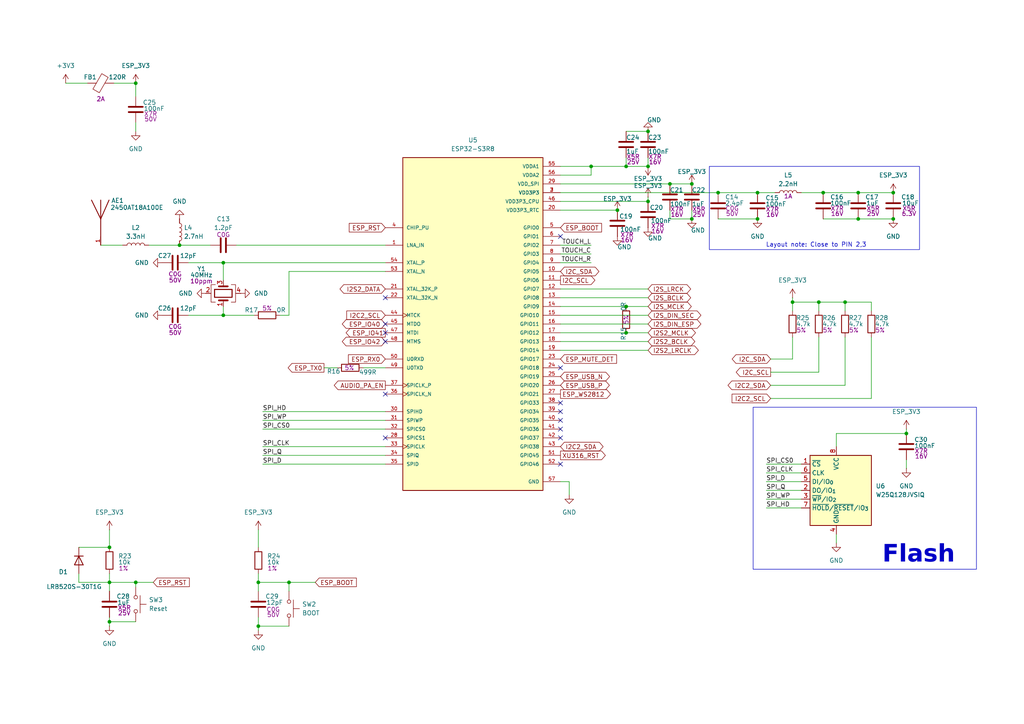
<source format=kicad_sch>
(kicad_sch (version 20250114) (generator "eeschema") (generator_version "9.0")
  (paper "A4")
  (title_block (title "Nest mini drop in PCB replacement") (rev "v1") (company "by iMike78 (inpired by Onju voice and HA VPE)"))
  (rectangle (start 218.44 118.11) (end 283.21 165.1))
  (rectangle (start 205.74 48.26) (end 266.7 72.39))
  (text "Flash" (at 266.446 162.306 0) (effects (font (size 5 5) (bold yes))))
  (text "Layout note: Close to PIN 2,3" (at 236.728 71.12 0) (effects (font (size 1.27 1.27))))
  (junction (at 259.08 63.5))
  (junction (at 194.31 53.34))
  (junction (at 179.07 60.96))
  (junction (at 200.66 63.5))
  (junction (at 39.37 24.13))
  (junction (at 187.96 38.1))
  (junction (at 219.71 63.5))
  (junction (at 238.76 55.88))
  (junction (at 187.96 58.42))
  (junction (at 187.96 48.26))
  (junction (at 237.49 87.63))
  (junction (at 74.93 181.61))
  (junction (at 64.77 76.2))
  (junction (at 31.75 180.34))
  (junction (at 171.45 48.26))
  (junction (at 31.75 168.91))
  (junction (at 248.92 63.5))
  (junction (at 64.77 91.44))
  (junction (at 229.87 87.63))
  (junction (at 181.61 88.9))
  (junction (at 39.37 168.91))
  (junction (at 181.61 48.26))
  (junction (at 248.92 55.88))
  (junction (at 200.66 53.34))
  (junction (at 31.75 158.75))
  (junction (at 52.07 71.12))
  (junction (at 245.11 87.63))
  (junction (at 181.61 96.52))
  (junction (at 74.93 168.91))
  (junction (at 259.08 55.88))
  (junction (at 208.28 55.88))
  (junction (at 262.89 125.73))
  (junction (at 219.71 55.88))
  (junction (at 83.82 168.91))
  (no_connect (at 162.56 127))
  (no_connect (at 162.56 121.92))
  (no_connect (at 162.56 106.68))
  (no_connect (at 111.76 86.36))
  (no_connect (at 111.76 93.98))
  (no_connect (at 111.76 96.52))
  (no_connect (at 111.76 127))
  (no_connect (at 162.56 124.46))
  (no_connect (at 111.76 114.3))
  (no_connect (at 111.76 99.06))
  (no_connect (at 162.56 116.84))
  (no_connect (at 162.56 134.62))
  (no_connect (at 162.56 119.38))
  (no_connect (at 162.56 68.58))
  (wire (pts (xy 162.56 55.88) (xy 208.28 55.88)))
  (wire (pts (xy 222.25 134.62) (xy 232.41 134.62)))
  (wire (pts (xy 245.11 97.79) (xy 245.11 111.76)))
  (wire (pts (xy 248.92 55.88) (xy 259.08 55.88)))
  (wire (pts (xy 229.87 104.14) (xy 223.52 104.14)))
  (wire (pts (xy 229.87 87.63) (xy 237.49 87.63)))
  (wire (pts (xy 19.05 24.13) (xy 25.4 24.13)))
  (wire (pts (xy 31.75 180.34) (xy 31.75 181.61)))
  (wire (pts (xy 200.66 63.5) (xy 194.31 63.5)))
  (wire (pts (xy 64.77 91.44) (xy 64.77 88.9)))
  (wire (pts (xy 74.93 153.67) (xy 74.93 158.75)))
  (wire (pts (xy 31.75 168.91) (xy 31.75 171.45)))
  (wire (pts (xy 165.1 139.7) (xy 165.1 143.51)))
  (wire (pts (xy 229.87 97.79) (xy 229.87 104.14)))
  (wire (pts (xy 54.61 91.44) (xy 64.77 91.44)))
  (wire (pts (xy 22.86 158.75) (xy 31.75 158.75)))
  (wire (pts (xy 194.31 63.5) (xy 194.31 60.96)))
  (wire (pts (xy 162.56 96.52) (xy 181.61 96.52)))
  (wire (pts (xy 245.11 87.63) (xy 252.73 87.63)))
  (wire (pts (xy 238.76 55.88) (xy 248.92 55.88)))
  (wire (pts (xy 222.25 142.24) (xy 232.41 142.24)))
  (wire (pts (xy 31.75 180.34) (xy 39.37 180.34)))
  (wire (pts (xy 162.56 88.9) (xy 181.61 88.9)))
  (wire (pts (xy 22.86 168.91) (xy 31.75 168.91)))
  (wire (pts (xy 162.56 48.26) (xy 171.45 48.26)))
  (wire (pts (xy 83.82 168.91) (xy 91.44 168.91)))
  (wire (pts (xy 31.75 166.37) (xy 31.75 168.91)))
  (wire (pts (xy 76.2 134.62) (xy 111.76 134.62)))
  (wire (pts (xy 39.37 35.56) (xy 39.37 38.1)))
  (wire (pts (xy 171.45 76.2) (xy 162.56 76.2)))
  (wire (pts (xy 162.56 58.42) (xy 187.96 58.42)))
  (wire (pts (xy 181.61 88.9) (xy 187.96 88.9)))
  (wire (pts (xy 222.25 144.78) (xy 232.41 144.78)))
  (wire (pts (xy 262.89 124.46) (xy 262.89 125.73)))
  (wire (pts (xy 162.56 139.7) (xy 165.1 139.7)))
  (wire (pts (xy 105.41 106.68) (xy 111.76 106.68)))
  (wire (pts (xy 232.41 55.88) (xy 238.76 55.88)))
  (wire (pts (xy 22.86 166.37) (xy 22.86 168.91)))
  (wire (pts (xy 54.61 76.2) (xy 64.77 76.2)))
  (wire (pts (xy 162.56 99.06) (xy 187.96 99.06)))
  (wire (pts (xy 31.75 153.67) (xy 31.75 158.75)))
  (wire (pts (xy 76.2 124.46) (xy 111.76 124.46)))
  (wire (pts (xy 237.49 97.79) (xy 237.49 107.95)))
  (wire (pts (xy 162.56 86.36) (xy 187.96 86.36)))
  (wire (pts (xy 181.61 45.72) (xy 181.61 48.26)))
  (wire (pts (xy 237.49 87.63) (xy 245.11 87.63)))
  (wire (pts (xy 64.77 76.2) (xy 64.77 81.28)))
  (wire (pts (xy 64.77 91.44) (xy 73.66 91.44)))
  (wire (pts (xy 219.71 55.88) (xy 224.79 55.88)))
  (wire (pts (xy 162.56 93.98) (xy 187.96 93.98)))
  (wire (pts (xy 39.37 24.13) (xy 39.37 27.94)))
  (wire (pts (xy 74.93 179.07) (xy 74.93 181.61)))
  (wire (pts (xy 162.56 101.6) (xy 187.96 101.6)))
  (wire (pts (xy 238.76 63.5) (xy 248.92 63.5)))
  (wire (pts (xy 248.92 63.5) (xy 259.08 63.5)))
  (wire (pts (xy 252.73 97.79) (xy 252.73 115.57)))
  (wire (pts (xy 83.82 91.44) (xy 83.82 78.74)))
  (wire (pts (xy 31.75 179.07) (xy 31.75 180.34)))
  (wire (pts (xy 83.82 91.44) (xy 81.28 91.44)))
  (wire (pts (xy 222.25 137.16) (xy 232.41 137.16)))
  (wire (pts (xy 229.87 87.63) (xy 229.87 90.17)))
  (wire (pts (xy 262.89 133.35) (xy 262.89 135.89)))
  (wire (pts (xy 181.61 48.26) (xy 187.96 48.26)))
  (wire (pts (xy 74.93 168.91) (xy 83.82 168.91)))
  (wire (pts (xy 222.25 139.7) (xy 232.41 139.7)))
  (wire (pts (xy 162.56 50.8) (xy 171.45 50.8)))
  (wire (pts (xy 111.76 76.2) (xy 64.77 76.2)))
  (wire (pts (xy 162.56 83.82) (xy 187.96 83.82)))
  (wire (pts (xy 252.73 115.57) (xy 223.52 115.57)))
  (wire (pts (xy 83.82 168.91) (xy 83.82 171.45)))
  (wire (pts (xy 242.57 154.94) (xy 242.57 157.48)))
  (wire (pts (xy 181.61 38.1) (xy 187.96 38.1)))
  (wire (pts (xy 74.93 166.37) (xy 74.93 168.91)))
  (wire (pts (xy 74.93 181.61) (xy 74.93 182.88)))
  (wire (pts (xy 237.49 87.63) (xy 237.49 90.17)))
  (wire (pts (xy 252.73 87.63) (xy 252.73 90.17)))
  (wire (pts (xy 39.37 168.91) (xy 39.37 170.18)))
  (wire (pts (xy 83.82 181.61) (xy 74.93 181.61)))
  (wire (pts (xy 222.25 147.32) (xy 232.41 147.32)))
  (wire (pts (xy 68.58 71.12) (xy 111.76 71.12)))
  (wire (pts (xy 181.61 96.52) (xy 187.96 96.52)))
  (wire (pts (xy 162.56 91.44) (xy 187.96 91.44)))
  (wire (pts (xy 237.49 107.95) (xy 223.52 107.95)))
  (wire (pts (xy 171.45 50.8) (xy 171.45 48.26)))
  (wire (pts (xy 171.45 48.26) (xy 181.61 48.26)))
  (wire (pts (xy 229.87 86.36) (xy 229.87 87.63)))
  (wire (pts (xy 76.2 129.54) (xy 111.76 129.54)))
  (wire (pts (xy 162.56 60.96) (xy 179.07 60.96)))
  (wire (pts (xy 52.07 71.12) (xy 60.96 71.12)))
  (wire (pts (xy 83.82 78.74) (xy 111.76 78.74)))
  (wire (pts (xy 187.96 45.72) (xy 187.96 48.26)))
  (wire (pts (xy 262.89 125.73) (xy 242.57 125.73)))
  (wire (pts (xy 200.66 53.34) (xy 194.31 53.34)))
  (wire (pts (xy 245.11 111.76) (xy 223.52 111.76)))
  (wire (pts (xy 76.2 132.08) (xy 111.76 132.08)))
  (wire (pts (xy 93.98 106.68) (xy 97.79 106.68)))
  (wire (pts (xy 31.75 168.91) (xy 39.37 168.91)))
  (wire (pts (xy 74.93 168.91) (xy 74.93 171.45)))
  (wire (pts (xy 162.56 53.34) (xy 194.31 53.34)))
  (wire (pts (xy 171.45 73.66) (xy 162.56 73.66)))
  (wire (pts (xy 171.45 71.12) (xy 162.56 71.12)))
  (wire (pts (xy 43.18 71.12) (xy 52.07 71.12)))
  (wire (pts (xy 39.37 168.91) (xy 44.45 168.91)))
  (wire (pts (xy 76.2 119.38) (xy 111.76 119.38)))
  (wire (pts (xy 208.28 55.88) (xy 219.71 55.88)))
  (wire (pts (xy 29.21 71.12) (xy 35.56 71.12)))
  (wire (pts (xy 208.28 63.5) (xy 219.71 63.5)))
  (wire (pts (xy 33.02 24.13) (xy 39.37 24.13)))
  (wire (pts (xy 76.2 121.92) (xy 111.76 121.92)))
  (wire (pts (xy 187.96 58.42) (xy 187.96 57.15)))
  (wire (pts (xy 242.57 125.73) (xy 242.57 129.54)))
  (wire (pts (xy 200.66 63.5) (xy 200.66 60.96)))
  (wire (pts (xy 245.11 87.63) (xy 245.11 90.17)))
  (label "SPI_Q" (at 76.2 132.08 0))
  (label "SPI_D" (at 76.2 134.62 0))
  (label "TOUCH_L" (at 171.45 71.12 180))
  (label "SPI_Q" (at 222.25 142.24 0))
  (label "SPI_D" (at 222.25 139.7 0))
  (label "SPI_WP" (at 222.25 144.78 0))
  (label "SPI_CLK" (at 222.25 137.16 0))
  (label "SPI_HD" (at 76.2 119.38 0))
  (label "SPI_CS0" (at 222.25 134.62 0))
  (label "SPI_WP" (at 76.2 121.92 0))
  (label "TOUCH_C" (at 171.45 73.66 180))
  (label "SPI_CS0" (at 76.2 124.46 0))
  (label "SPI_CLK" (at 76.2 129.54 0))
  (label "TOUCH_R" (at 171.45 76.2 180))
  (label "SPI_HD" (at 222.25 147.32 0))
  (global_label "I2C2_SCL" (shape input) (at 223.52 115.57 180) (property "Intersheetrefs" "${INTERSHEET_REFS}" (effects (hide yes))))
  (global_label "I2S_MCLK" (shape bidirectional) (at 187.96 88.9 0) (property "Intersheetrefs" "${INTERSHEET_REFS}" (effects (hide yes))))
  (global_label "ESP_BOOT" (shape input) (at 162.56 66.04 0) (property "Intersheetrefs" "${INTERSHEET_REFS}" (effects (hide yes))))
  (global_label "ESP_RST" (shape input) (at 44.45 168.91 0) (property "Intersheetrefs" "${INTERSHEET_REFS}" (effects (hide yes))))
  (global_label "I2C_SDA" (shape bidirectional) (at 162.56 78.74 0) (property "Intersheetrefs" "${INTERSHEET_REFS}" (effects (hide yes))))
  (global_label "ESP_IO40" (shape bidirectional) (at 111.76 93.98 180) (property "Intersheetrefs" "${INTERSHEET_REFS}" (effects (hide yes))))
  (global_label "I2S_DIN_ESP" (shape bidirectional) (at 187.96 93.98 0) (property "Intersheetrefs" "${INTERSHEET_REFS}" (effects (hide yes))))
  (global_label "ESP_BOOT" (shape input) (at 91.44 168.91 0) (property "Intersheetrefs" "${INTERSHEET_REFS}" (effects (hide yes))))
  (global_label "ESP_TX0" (shape output) (at 93.98 106.68 180) (property "Intersheetrefs" "${INTERSHEET_REFS}" (effects (hide yes))))
  (global_label "I2S2_BCLK" (shape bidirectional) (at 187.96 99.06 0) (property "Intersheetrefs" "${INTERSHEET_REFS}" (effects (hide yes))))
  (global_label "ESP_USB_N" (shape bidirectional) (at 162.56 109.22 0) (property "Intersheetrefs" "${INTERSHEET_REFS}" (effects (hide yes))))
  (global_label "I2C2_SDA" (shape bidirectional) (at 162.56 129.54 0) (property "Intersheetrefs" "${INTERSHEET_REFS}" (effects (hide yes))))
  (global_label "I2C2_SDA" (shape bidirectional) (at 223.52 111.76 180) (property "Intersheetrefs" "${INTERSHEET_REFS}" (effects (hide yes))))
  (global_label "ESP_MUTE_DET" (shape input) (at 162.56 104.14 0) (property "Intersheetrefs" "${INTERSHEET_REFS}" (effects (hide yes))))
  (global_label "ESP_RX0" (shape input) (at 111.76 104.14 180) (property "Intersheetrefs" "${INTERSHEET_REFS}" (effects (hide yes))))
  (global_label "I2C_SCL" (shape output) (at 223.52 107.95 180) (property "Intersheetrefs" "${INTERSHEET_REFS}" (effects (hide yes))))
  (global_label "ESP_WS2812" (shape output) (at 162.56 114.3 0) (property "Intersheetrefs" "${INTERSHEET_REFS}" (effects (hide yes))))
  (global_label "I2S_BCLK" (shape bidirectional) (at 187.96 86.36 0) (property "Intersheetrefs" "${INTERSHEET_REFS}" (effects (hide yes))))
  (global_label "AUDIO_PA_EN" (shape output) (at 111.76 111.76 180) (property "Intersheetrefs" "${INTERSHEET_REFS}" (effects (hide yes))))
  (global_label "ESP_IO41" (shape output) (at 111.76 96.52 180) (property "Intersheetrefs" "${INTERSHEET_REFS}" (effects (hide yes))))
  (global_label "I2C_SCL" (shape output) (at 162.56 81.28 0) (property "Intersheetrefs" "${INTERSHEET_REFS}" (effects (hide yes))))
  (global_label "ESP_USB_P" (shape bidirectional) (at 162.56 111.76 0) (property "Intersheetrefs" "${INTERSHEET_REFS}" (effects (hide yes))))
  (global_label "ESP_RST" (shape input) (at 111.76 66.04 180) (property "Intersheetrefs" "${INTERSHEET_REFS}" (effects (hide yes))))
  (global_label "I2S2_MCLK" (shape bidirectional) (at 187.96 96.52 0) (property "Intersheetrefs" "${INTERSHEET_REFS}" (effects (hide yes))))
  (global_label "I2S_DIN_SEC" (shape bidirectional) (at 187.96 91.44 0) (property "Intersheetrefs" "${INTERSHEET_REFS}" (effects (hide yes))))
  (global_label "I2C_SDA" (shape bidirectional) (at 223.52 104.14 180) (property "Intersheetrefs" "${INTERSHEET_REFS}" (effects (hide yes))))
  (global_label "XU316_RST" (shape output) (at 162.56 132.08 0) (property "Intersheetrefs" "${INTERSHEET_REFS}" (effects (hide yes))))
  (global_label "I2S2_LRCLK" (shape bidirectional) (at 187.96 101.6 0) (property "Intersheetrefs" "${INTERSHEET_REFS}" (effects (hide yes))))
  (global_label "I2S2_DATA" (shape bidirectional) (at 111.76 83.82 180) (property "Intersheetrefs" "${INTERSHEET_REFS}" (effects (hide yes))))
  (global_label "I2S_LRCK" (shape bidirectional) (at 187.96 83.82 0) (property "Intersheetrefs" "${INTERSHEET_REFS}" (effects (hide yes))))
  (global_label "I2C2_SCL" (shape input) (at 111.76 91.44 180) (property "Intersheetrefs" "${INTERSHEET_REFS}" (effects (hide yes))))
  (global_label "ESP_IO42" (shape bidirectional) (at 111.76 99.06 180) (property "Intersheetrefs" "${INTERSHEET_REFS}" (effects (hide yes))))
  (symbol (lib_id "power:GND") (at 200.66 63.5 0) (unit 1)
    (property "Reference" "#PWR039" (effects (hide yes)))
    (property "Value" "GND" (at 202.438 66.802 0))
    (property "Description" "Power symbol creates a global label with name \"GND\" , ground" (effects (hide yes)))
  )
  (symbol (lib_id "Device:C") (at 219.71 59.69 0) (unit 1)
    (property "Reference" "C15" (at 221.996 57.404 0) (effects (justify left)))
    (property "Value" "100nF" (at 221.996 59.182 0) (effects (justify left)))
    (property "Footprint" "Capacitor_SMD:C_0402_1005Metric" (effects (hide yes)))
    (property "Description" "Unpolarized capacitor" (effects (hide yes)))
    (property "Dielectric" "X7R" (at 224.028 60.706 0))
    (property "Voltage" "16V" (at 224.028 62.23 0))
    (property "Function" "ESP32" (effects (hide yes)))
    (property "Supplier Part" "C1525" (effects (hide yes)))
    (property "Manufacturer" "Samsung Electro-Mechanics" (effects (hide yes)))
    (property "Manufacturer Part" "CL05B104KO5NNNC" (effects (hide yes)))
    (property "LCSC Part #" "C1525" (effects (hide yes)))
  )
  (symbol (lib_id "Device:C") (at 31.75 175.26 0) (unit 1)
    (property "Reference" "C28" (at 33.782 172.974 0) (effects (justify left)))
    (property "Value" "1uF" (at 34.036 174.752 0) (effects (justify left)))
    (property "Footprint" "Capacitor_SMD:C_0402_1005Metric" (effects (hide yes)))
    (property "Description" "Unpolarized capacitor" (effects (hide yes)))
    (property "Dielectric" "X5R" (at 36.068 176.276 0))
    (property "Voltage" "25V" (at 36.068 177.8 0))
    (property "Function" "ESP32" (effects (hide yes)))
    (property "Supplier Part" "C52923" (effects (hide yes)))
    (property "Manufacturer" "Samsung Electro-Mechanics" (effects (hide yes)))
    (property "Manufacturer Part" "CL05A105KA5NQNC" (effects (hide yes)))
    (property "LCSC Part #" "C52923" (effects (hide yes)))
  )
  (symbol (lib_id "New_Library:ESP_3V3") (at 187.96 57.15 0) (unit 1)
    (property "Reference" "#PWR035" (effects (hide yes)))
    (property "Value" "ESP_3V3" (at 187.96 53.848 0))
    (property "Description" "Power symbol creates a global label with name \"+3.3V\"" (effects (hide yes)))
  )
  (symbol (lib_id "Device:C") (at 181.61 41.91 0) (unit 1)
    (property "Reference" "C24" (at 181.61 39.878 0) (effects (justify left)))
    (property "Value" "1uF" (at 181.61 43.942 0) (effects (justify left)))
    (property "Footprint" "Capacitor_SMD:C_0402_1005Metric" (effects (hide yes)))
    (property "Description" "Unpolarized capacitor" (effects (hide yes)))
    (property "Dielectric" "X5R" (at 183.642 45.466 0))
    (property "Voltage" "25V" (at 183.642 46.99 0))
    (property "Function" "ESP32" (effects (hide yes)))
    (property "Supplier Part" "C52923" (effects (hide yes)))
    (property "Manufacturer" "Samsung Electro-Mechanics" (effects (hide yes)))
    (property "Manufacturer Part" "CL05A105KA5NQNC" (effects (hide yes)))
    (property "LCSC Part #" "C52923" (effects (hide yes)))
  )
  (symbol (lib_id "power:GND") (at 165.1 143.51 0) (unit 1)
    (property "Reference" "#PWR033" (effects (hide yes)))
    (property "Value" "GND" (at 165.1 148.59 0))
    (property "Description" "Power symbol creates a global label with name \"GND\" , ground" (effects (hide yes)))
  )
  (symbol (lib_id "New_Library:ESP_3V3") (at 262.89 124.46 0) (unit 1)
    (property "Reference" "#PWR056" (effects (hide yes)))
    (property "Value" "ESP_3V3" (at 262.89 119.38 0))
    (property "Description" "Power symbol creates a global label with name \"+3.3V\"" (effects (hide yes)))
  )
  (symbol (lib_id "Device:L") (at 39.37 71.12 90) (unit 1)
    (property "Reference" "L2" (at 39.37 66.04 90))
    (property "Value" "3.3nH" (at 39.37 68.58 90))
    (property "Footprint" "Inductor_SMD:L_0402_1005Metric" (effects (hide yes)))
    (property "Description" "Inductor" (effects (hide yes)))
    (property "Function" "ESP32" (effects (hide yes)))
    (property "Supplier Part" "C16526" (effects (hide yes)))
    (property "MANUFACTURER" "Sunlord" (effects (hide yes)))
    (property "MP" "SDCL1005C3N3STDF" (effects (hide yes)))
    (property "Manufacturer" "Sunlord" (effects (hide yes)))
    (property "Manufacturer Part" "SDCL1005C3N3STDF" (effects (hide yes)))
    (property "LCSC Part #" "C27124" (effects (hide yes)))
  )
  (symbol (lib_id "Device:L") (at 52.07 67.31 0) (unit 1)
    (property "Reference" "L4" (at 53.34 66.0399 0) (effects (justify left)))
    (property "Value" "2.7nH" (at 53.34 68.5799 0) (effects (justify left)))
    (property "Footprint" "Inductor_SMD:L_0402_1005Metric" (effects (hide yes)))
    (property "Description" "Inductor" (effects (hide yes)))
    (property "Function" "ESP32" (effects (hide yes)))
    (property "Supplier Part" "C434826" (effects (hide yes)))
    (property "MANUFACTURER" "TDK" (effects (hide yes)))
    (property "MP" "MHQ1005P2N7BT000" (effects (hide yes)))
    (property "Manufacturer" "TDK" (effects (hide yes)))
    (property "Manufacturer Part" "MHQ1005P2N7BT000" (effects (hide yes)))
    (property "LCSC Part #" "C434826" (effects (hide yes)))
  )
  (symbol (lib_id "New_Library:ESP_3V3") (at 200.66 53.34 0) (unit 1)
    (property "Reference" "#PWR036" (effects (hide yes)))
    (property "Value" "ESP_3V3" (at 200.66 49.784 0))
    (property "Description" "Power symbol creates a global label with name \"+3.3V\"" (effects (hide yes)))
  )
  (symbol (lib_id "Device:C") (at 187.96 41.91 0) (unit 1)
    (property "Reference" "C23" (at 187.96 39.878 0) (effects (justify left)))
    (property "Value" "100nF" (at 187.96 43.942 0) (effects (justify left)))
    (property "Footprint" "Capacitor_SMD:C_0402_1005Metric" (effects (hide yes)))
    (property "Description" "Unpolarized capacitor" (effects (hide yes)))
    (property "Dielectric" "X7R" (at 189.992 45.466 0))
    (property "Voltage" "16V" (at 189.992 46.99 0))
    (property "Function" "ESP32" (effects (hide yes)))
    (property "Supplier Part" "C1525" (effects (hide yes)))
    (property "Manufacturer" "Samsung Electro-Mechanics" (effects (hide yes)))
    (property "Manufacturer Part" "CL05B104KO5NNNC" (effects (hide yes)))
    (property "LCSC Part #" "C1525" (effects (hide yes)))
  )
  (symbol (lib_id "New_Library:ESP_3V3") (at 187.96 48.26 180) (unit 1)
    (property "Reference" "#PWR040" (effects (hide yes)))
    (property "Value" "ESP_3V3" (at 187.96 51.816 0))
    (property "Description" "Power symbol creates a global label with name \"+3.3V\"" (effects (hide yes)))
  )
  (symbol (lib_id "Device:C") (at 262.89 129.54 0) (unit 1)
    (property "Reference" "C30" (at 265.176 127.508 0) (effects (justify left)))
    (property "Value" "100nF" (at 265.176 129.286 0) (effects (justify left)))
    (property "Footprint" "Capacitor_SMD:C_0402_1005Metric" (effects (hide yes)))
    (property "Description" "Unpolarized capacitor" (effects (hide yes)))
    (property "Dielectric" "X7R" (at 267.208 130.81 0))
    (property "Voltage" "16V" (at 267.208 132.334 0))
    (property "Function" "ESP32" (effects (hide yes)))
    (property "Supplier Part" "C1525" (effects (hide yes)))
    (property "Manufacturer" "Samsung Electro-Mechanics" (effects (hide yes)))
    (property "Manufacturer Part" "CL05B104KO5NNNC" (effects (hide yes)))
    (property "LCSC Part #" "C1525" (effects (hide yes)))
  )
  (symbol (lib_id "power:GND") (at 39.37 38.1 0) (unit 1)
    (property "Reference" "#PWR044" (effects (hide yes)))
    (property "Value" "GND" (at 39.37 43.18 0))
    (property "Description" "Power symbol creates a global label with name \"GND\" , ground" (effects (hide yes)))
  )
  (symbol (lib_id "power:GND") (at 179.07 68.58 0) (unit 1)
    (property "Reference" "#PWR037" (effects (hide yes)))
    (property "Value" "GND" (at 181.102 71.628 0))
    (property "Description" "Power symbol creates a global label with name \"GND\" , ground" (effects (hide yes)))
  )
  (symbol (lib_id "New_Library:ESP_3V3") (at 259.08 55.88 0) (unit 1)
    (property "Reference" "#PWR032" (effects (hide yes)))
    (property "Value" "ESP_3V3" (at 259.08 50.8 0))
    (property "Description" "Power symbol creates a global label with name \"+3.3V\"" (effects (hide yes)))
  )
  (symbol (lib_id "power:GND") (at 242.57 157.48 0) (unit 1)
    (property "Reference" "#PWR054" (effects (hide yes)))
    (property "Value" "GND" (at 242.57 162.56 0))
    (property "Description" "Power symbol creates a global label with name \"GND\" , ground" (effects (hide yes)))
  )
  (symbol (lib_id "power:GND") (at 262.89 135.89 0) (unit 1)
    (property "Reference" "#PWR055" (effects (hide yes)))
    (property "Value" "GND" (at 262.89 140.97 0))
    (property "Description" "Power symbol creates a global label with name \"GND\" , ground" (effects (hide yes)))
  )
  (symbol (lib_id "power:+3V3") (at 19.05 24.13 0) (unit 1)
    (property "Reference" "#PWR042" (effects (hide yes)))
    (property "Value" "+3V3" (at 19.05 19.05 0))
    (property "Description" "Power symbol creates a global label with name \"+3V3\"" (effects (hide yes)))
  )
  (symbol (lib_id "New_Library:ESP_3V3") (at 74.93 153.67 0) (unit 1)
    (property "Reference" "#PWR051" (effects (hide yes)))
    (property "Value" "ESP_3V3" (at 74.93 148.59 0))
    (property "Description" "Power symbol creates a global label with name \"+3.3V\"" (effects (hide yes)))
  )
  (symbol (lib_id "Device:C") (at 74.93 175.26 0) (unit 1)
    (property "Reference" "C29" (at 76.962 172.974 0) (effects (justify left)))
    (property "Value" "12pF" (at 77.216 174.752 0) (effects (justify left)))
    (property "Footprint" "Capacitor_SMD:C_0402_1005Metric" (effects (hide yes)))
    (property "Description" "Unpolarized capacitor" (effects (hide yes)))
    (property "Dielectric" "C0G" (at 79.248 176.784 0))
    (property "Voltage" "50V" (at 79.248 178.308 0))
    (property "Function" "ESP32" (effects (hide yes)))
    (property "Supplier Part" "C1547" (effects (hide yes)))
    (property "Manufacturer" "FH (Guangdong Fenghua Advanced Tech)" (effects (hide yes)))
    (property "Manufacturer Part" "0402CG120J500NT" (effects (hide yes)))
    (property "LCSC Part #" "C1547" (effects (hide yes)))
  )
  (symbol (lib_id "Device:D") (at 22.86 162.56 270) (unit 1)
    (property "Reference" "D1" (at 17.018 165.862 90) (effects (justify left)))
    (property "Value" "LRB520S-30T1G" (at 13.462 170.18 90) (effects (justify left)))
    (property "Footprint" "Diode_SMD:D_SOD-523" (effects (hide yes)))
    (property "Description" "Diode" (effects (hide yes)))
    (property "Sim.Device" "D" (effects (hide yes)))
    (property "Sim.Pins" "1=K 2=A" (effects (hide yes)))
    (property "Function" "ESP32" (effects (hide yes)))
    (property "Supplier Part" "C83680" (effects (hide yes)))
    (property "MANUFACTURER" "LRC" (effects (hide yes)))
    (property "MP" "LRB520S-30T1G" (effects (hide yes)))
    (property "Manufacturer" "LRC" (effects (hide yes)))
    (property "Manufacturer Part" "LRB520S-30T1G" (effects (hide yes)))
    (property "LCSC Part #" "C83680" (effects (hide yes)))
  )
  (symbol (lib_id "New_Library:ESP_3V3") (at 229.87 86.36 0) (unit 1)
    (property "Reference" "#PWR053" (effects (hide yes)))
    (property "Value" "ESP_3V3" (at 229.87 81.28 0))
    (property "Description" "Power symbol creates a global label with name \"+3.3V\"" (effects (hide yes)))
  )
  (symbol (lib_id "New_Library:ESP_3V3") (at 179.07 60.96 0) (unit 1)
    (property "Reference" "#PWR034" (effects (hide yes)))
    (property "Value" "ESP_3V3" (at 179.07 57.658 0))
    (property "Description" "Power symbol creates a global label with name \"+3.3V\"" (effects (hide yes)))
  )
  (symbol (lib_id "Device:R") (at 77.47 91.44 90) (unit 1)
    (property "Reference" "R17" (at 72.898 89.916 90))
    (property "Value" "0R" (at 81.534 89.916 90))
    (property "Footprint" "Resistor_SMD:R_0402_1005Metric" (effects (hide yes)))
    (property "Description" "Resistor" (effects (hide yes)))
    (property "Tolerance" "5%" (at 77.47 89.408 90))
    (property "Function" "ESP32" (effects (hide yes)))
    (property "Supplier Part" "C17168" (effects (hide yes)))
    (property "Manufacturer" "UNI-ROYAL(Uniroyal Elec)" (effects (hide yes)))
    (property "Manufacturer Part" "0402WGF0000TCE" (effects (hide yes)))
    (property "LCSC Part #" "C17168" (effects (hide yes)))
  )
  (symbol (lib_id "Device:C") (at 50.8 76.2 90) (unit 1)
    (property "Reference" "C27" (at 47.752 74.168 90))
    (property "Value" "12pF" (at 54.61 74.168 90))
    (property "Footprint" "Capacitor_SMD:C_0402_1005Metric" (effects (hide yes)))
    (property "Description" "Unpolarized capacitor" (effects (hide yes)))
    (property "Dielectric" "C0G" (at 50.8 79.502 90))
    (property "Voltage" "50V" (at 50.8 81.28 90))
    (property "Function" "ESP32" (effects (hide yes)))
    (property "Supplier Part" "C1547" (effects (hide yes)))
    (property "Manufacturer" "FH (Guangdong Fenghua Advanced Tech)" (effects (hide yes)))
    (property "Manufacturer Part" "0402CG120J500NT" (effects (hide yes)))
    (property "LCSC Part #" "C1547" (effects (hide yes)))
  )
  (symbol (lib_id "power:GND") (at 219.71 63.5 0) (unit 1)
    (property "Reference" "#PWR030" (effects (hide yes)))
    (property "Value" "GND" (at 219.71 68.58 0))
    (property "Description" "Power symbol creates a global label with name \"GND\" , ground" (effects (hide yes)))
  )
  (symbol (lib_id "Device:C") (at 64.77 71.12 90) (unit 1)
    (property "Reference" "C13" (at 64.77 63.5 90))
    (property "Value" "1.2pF" (at 64.77 66.04 90))
    (property "Footprint" "Capacitor_SMD:C_0402_1005Metric" (effects (hide yes)))
    (property "Description" "Unpolarized capacitor" (effects (hide yes)))
    (property "Dielectric" "C0G" (at 64.77 68.072 90))
    (property "Function" "ESP32" (effects (hide yes)))
    (property "Voltage" "10V" (effects (hide yes)))
    (property "Supplier Part" "C327292" (effects (hide yes)))
    (property "Manufacturer" "YAGEO" (effects (hide yes)))
    (property "Manufacturer Part" "CC0402BRNPO9BN1R2" (effects (hide yes)))
    (property "LCSC Part #" "C327292" (effects (hide yes)))
  )
  (symbol (lib_id "Device:R") (at 101.6 106.68 90) (unit 1)
    (property "Reference" "R16" (at 96.774 107.696 90))
    (property "Value" "499R" (at 106.68 107.95 90))
    (property "Footprint" "Resistor_SMD:R_0402_1005Metric" (effects (hide yes)))
    (property "Description" "Resistor" (effects (hide yes)))
    (property "Tolerance" "5%" (at 101.346 106.68 90))
    (property "Function" "ESP32" (effects (hide yes)))
    (property "Supplier Part" "C137970" (effects (hide yes)))
    (property "Manufacturer" "YAGEO" (effects (hide yes)))
    (property "Manufacturer Part" "RC0402FR-07499RL" (effects (hide yes)))
    (property "LCSC Part #" "C137970" (effects (hide yes)))
  )
  (symbol (lib_id "New_Library:ESP32-S3R8") (at 137.16 93.98 0) (unit 1)
    (property "Reference" "U5" (at 137.16 40.64 0))
    (property "Value" "ESP32-S3R8" (at 137.16 43.18 0))
    (property "Footprint" "Onju:QFN40P700X700X90-57N" (effects (hide yes)))
    (property "MF" "Espressif Systems" (effects (hide yes)))
    (property "Description_1" "IC RF TxRx + MCU Bluetooth, WiFi 802.11b/g/n, Bluetooth v5.0 2.412GHz ~ 2.484GHz 56-VFQFN Exposed Pad" (effects (hide yes)))
    (property "Package" "None" (effects (hide yes)))
    (property "Price" "None" (effects (hide yes)))
    (property "Check_prices" "https://www.snapeda.com/parts/ESP32-S3R8/Espressif+Systems/view-part/?ref=eda" (effects (hide yes)))
    (property "SnapEDA_Link" "https://www.snapeda.com/parts/ESP32-S3R8/Espressif+Systems/view-part/?ref=snap" (effects (hide yes)))
    (property "MP" "ESP32-S3R8" (effects (hide yes)))
    (property "Availability" "In Stock" (effects (hide yes)))
    (property "Purchase-URL" "https://pricing.snapeda.com/search/part/ESP32-S3R8/?ref=eda" (effects (hide yes)))
    (property "Function" "ESP32" (effects (hide yes)))
    (property "MANUFACTURER" "Espressif Systems" (effects (hide yes)))
    (property "Supplier Part" "C2913194" (effects (hide yes)))
    (property "Manufacturer" "Espressif Systems" (effects (hide yes)))
    (property "Manufacturer Part" "ESP32-S3R8" (effects (hide yes)))
    (property "LCSC Part #" "C2913194" (effects (hide yes)))
  )
  (symbol (lib_id "Device:R") (at 237.49 93.98 0) (unit 1)
    (property "Reference" "R26" (at 238.506 92.202 0) (effects (justify left)))
    (property "Value" "4.7k" (at 238.506 93.98 0) (effects (justify left)))
    (property "Footprint" "Resistor_SMD:R_0402_1005Metric" (effects (hide yes)))
    (property "Description" "Resistor" (effects (hide yes)))
    (property "Tolerance" "5%" (at 240.03 95.758 0))
    (property "Function" "ESP32" (effects (hide yes)))
    (property "Supplier Part" "C25900" (effects (hide yes)))
    (property "Manufacturer" "UNI-ROYAL(Uniroyal Elec)" (effects (hide yes)))
    (property "Manufacturer Part" "0402WGF4701TCE" (effects (hide yes)))
    (property "LCSC Part #" "C25900" (effects (hide yes)))
  )
  (symbol (lib_id "Memory_Flash:W25Q128JVS") (at 242.57 142.24 0) (unit 1)
    (property "Reference" "U6" (at 254 140.9699 0) (effects (justify left)))
    (property "Value" "W25Q128JVSIQ" (at 254 143.5099 0) (effects (justify left)))
    (property "Footprint" "Package_SO:SOIC-8_5.3x5.3mm_P1.27mm" (effects (hide yes)))
    (property "Datasheet" "https://www.winbond.com/resource-files/w25q128jv_dtr%20revc%2003272018%20plus.pdf" (effects (hide yes)))
    (property "Description" "128Mbit / 16MiB Serial Flash Memory, Standard/Dual/Quad SPI, 2.7-3.6V, SOIC-8" (effects (hide yes)))
    (property "Function" "ESP32" (effects (hide yes)))
    (property "MANUFACTURER" "Winbond Elec" (effects (hide yes)))
    (property "MP" "W25Q128JVSIQ" (effects (hide yes)))
    (property "Supplier Part" "C97521" (effects (hide yes)))
    (property "Manufacturer" "Winbond Elec" (effects (hide yes)))
    (property "Manufacturer Part" "W25Q128JVSIQ" (effects (hide yes)))
    (property "LCSC Part #" "C97521" (effects (hide yes)))
  )
  (symbol (lib_id "Device:C") (at 194.31 57.15 0) (unit 1)
    (property "Reference" "C21" (at 194.31 55.118 0) (effects (justify left)))
    (property "Value" "100nF" (at 194.31 59.182 0) (effects (justify left)))
    (property "Footprint" "Capacitor_SMD:C_0402_1005Metric" (effects (hide yes)))
    (property "Description" "Unpolarized capacitor" (effects (hide yes)))
    (property "Dielectric" "X7R" (at 196.342 60.706 0))
    (property "Voltage" "16V" (at 196.342 62.23 0))
    (property "Function" "ESP32" (effects (hide yes)))
    (property "Supplier Part" "C1525" (effects (hide yes)))
    (property "Manufacturer" "Samsung Electro-Mechanics" (effects (hide yes)))
    (property "Manufacturer Part" "CL05B104KO5NNNC" (effects (hide yes)))
    (property "LCSC Part #" "C1525" (effects (hide yes)))
  )
  (symbol (lib_id "Device:C") (at 248.92 59.69 0) (unit 1)
    (property "Reference" "C17" (at 250.952 57.15 0) (effects (justify left)))
    (property "Value" "1uF" (at 251.206 58.928 0) (effects (justify left)))
    (property "Footprint" "Capacitor_SMD:C_0402_1005Metric" (effects (hide yes)))
    (property "Description" "Unpolarized capacitor" (effects (hide yes)))
    (property "Dielectric" "X5R" (at 253.238 60.452 0))
    (property "Voltage" "25V" (at 253.238 61.976 0))
    (property "Function" "ESP32" (effects (hide yes)))
    (property "Supplier Part" "C52923" (effects (hide yes)))
    (property "Manufacturer" "Samsung Electro-Mechanics" (effects (hide yes)))
    (property "Manufacturer Part" "CL05A105KA5NQNC" (effects (hide yes)))
    (property "LCSC Part #" "C52923" (effects (hide yes)))
  )
  (symbol (lib_id "Switch:SW_Push") (at 39.37 175.26 270) (unit 1)
    (property "Reference" "SW3" (at 43.18 173.9899 90) (effects (justify left)))
    (property "Value" "Reset" (at 43.18 176.5299 90) (effects (justify left)))
    (property "Footprint" "Onju:SW-SMD_4P-L4.2-W3.2-P2.15-LS4.5" (effects (hide yes)))
    (property "Description" "Push button switch, generic, two pins" (effects (hide yes)))
    (property "Function" "ESP32" (effects (hide yes)))
    (property "Manufacturer" "C&K" (effects (hide yes)))
    (property "Manufacturer Part" "PTS810SJS250SMTRLFS" (effects (hide yes)))
    (property "Supplier Part" "C221897" (effects (hide yes)))
    (property "LCSC Part #" "C221897" (effects (hide yes)))
  )
  (symbol (lib_id "power:GND") (at 259.08 63.5 0) (unit 1)
    (property "Reference" "#PWR031" (effects (hide yes)))
    (property "Value" "GND" (at 259.08 68.58 0))
    (property "Description" "Power symbol creates a global label with name \"GND\" , ground" (effects (hide yes)))
  )
  (symbol (lib_id "New_Library:2450AT18A100E") (at 29.21 66.04 0) (unit 1)
    (property "Reference" "AE1" (at 32.258 58.166 0) (effects (justify left)))
    (property "Value" "2450AT18A100E" (at 32.004 60.198 0) (effects (justify left)))
    (property "Footprint" "RF_Antenna:Johanson_2450AT18x100" (effects (hide yes)))
    (property "MF" "Johanson Technology" (effects (hide yes)))
    (property "Description_1" "2.4GHz - Chip RF Antenna 2.4GHz ~ 2.5GHz 0.5dBi Solder Surface Mount" (effects (hide yes)))
    (property "Package" "Package" (effects (hide yes)))
    (property "Price" "None" (effects (hide yes)))
    (property "STANDARD" "IPC-7351B" (effects (hide yes)))
    (property "PARTREV" "1.3" (effects (hide yes)))
    (property "MP" "2450AT18A100E" (effects (hide yes)))
    (property "MANUFACTURER" "JOHANSON DESIGN" (effects (hide yes)))
    (property "Function" "ESP32" (effects (hide yes)))
    (property "Supplier Part" "C89334" (effects (hide yes)))
    (property "Manufacturer" "JOHANSON DESIGN" (effects (hide yes)))
    (property "Manufacturer Part" "2450AT18A100E" (effects (hide yes)))
    (property "LCSC Part #" "C89334" (effects (hide yes)))
  )
  (symbol (lib_id "Device:C") (at 208.28 59.69 0) (unit 1)
    (property "Reference" "C14" (at 210.312 57.15 0) (effects (justify left)))
    (property "Value" "2.4pF" (at 210.312 58.928 0) (effects (justify left)))
    (property "Footprint" "Capacitor_SMD:C_0402_1005Metric" (effects (hide yes)))
    (property "Description" "Unpolarized capacitor" (effects (hide yes)))
    (property "Dielectric" "C0G" (at 212.344 60.452 0))
    (property "Voltage" "50V" (at 212.344 61.976 0))
    (property "Function" "ESP32" (effects (hide yes)))
    (property "Supplier Part" "C48346" (effects (hide yes)))
    (property "Manufacturer" "FH (Guangdong Fenghua Advanced Tech)" (effects (hide yes)))
    (property "Manufacturer Part" "0402CG2R4C500NT" (effects (hide yes)))
    (property "LCSC Part #" "C48346" (effects (hide yes)))
  )
  (symbol (lib_id "power:GND") (at 46.99 76.2 270) (unit 1)
    (property "Reference" "#PWR047" (effects (hide yes)))
    (property "Value" "GND" (at 43.18 76.1999 90) (effects (justify right)))
    (property "Description" "Power symbol creates a global label with name \"GND\" , ground" (effects (hide yes)))
  )
  (symbol (lib_id "New_Library:ESP_3V3") (at 31.75 153.67 0) (unit 1)
    (property "Reference" "#PWR050" (effects (hide yes)))
    (property "Value" "ESP_3V3" (at 31.75 148.59 0))
    (property "Description" "Power symbol creates a global label with name \"+3.3V\"" (effects (hide yes)))
  )
  (symbol (lib_id "Device:L") (at 228.6 55.88 90) (unit 1)
    (property "Reference" "L5" (at 228.6 50.8 90))
    (property "Value" "2.2nH" (at 228.6 53.34 90))
    (property "Footprint" "Inductor_SMD:L_0402_1005Metric" (effects (hide yes)))
    (property "Description" "Inductor" (effects (hide yes)))
    (property "Saturation" "1A" (at 228.6 56.896 90))
    (property "Function" "ESP32" (effects (hide yes)))
    (property "Supplier Part" "C162540" (effects (hide yes)))
    (property "MANUFACTURER" "Murata Electronics" (effects (hide yes)))
    (property "MP" "LQG15HS2N2B02D" (effects (hide yes)))
    (property "Manufacturer" "Murata Electronics" (effects (hide yes)))
    (property "Manufacturer Part" "LQG15HS2N2B02D" (effects (hide yes)))
    (property "LCSC Part #" "C162540" (effects (hide yes)))
  )
  (symbol (lib_id "power:GND") (at 31.75 181.61 0) (unit 1)
    (property "Reference" "#PWR049" (effects (hide yes)))
    (property "Value" "GND" (at 31.75 186.69 0))
    (property "Description" "Power symbol creates a global label with name \"GND\" , ground" (effects (hide yes)))
  )
  (symbol (lib_id "power:GND") (at 69.85 85.09 90) (unit 1)
    (property "Reference" "#PWR045" (effects (hide yes)))
    (property "Value" "GND" (at 73.66 85.0899 90) (effects (justify right)))
    (property "Description" "Power symbol creates a global label with name \"GND\" , ground" (effects (hide yes)))
  )
  (symbol (lib_id "Device:R") (at 74.93 162.56 0) (unit 1)
    (property "Reference" "R24" (at 77.47 161.2899 0) (effects (justify left)))
    (property "Value" "10k" (at 77.47 163.068 0) (effects (justify left)))
    (property "Footprint" "Resistor_SMD:R_0402_1005Metric" (effects (hide yes)))
    (property "Description" "Resistor" (effects (hide yes)))
    (property "Tolerance" "1%" (at 78.994 164.846 0))
    (property "Function" "ESP32" (effects (hide yes)))
    (property "Supplier Part" "C25744" (effects (hide yes)))
    (property "Manufacturer" "UNI-ROYAL(Uniroyal Elec)" (effects (hide yes)))
    (property "Manufacturer Part" "0402WGF1002TCE" (effects (hide yes)))
    (property "LCSC Part #" "C25744" (effects (hide yes)))
  )
  (symbol (lib_id "Device:FerriteBead") (at 29.21 24.13 90) (unit 1)
    (property "Reference" "FB1" (at 26.162 22.352 90))
    (property "Value" "120R" (at 34.036 22.352 90))
    (property "Footprint" "Onju:BLM18PG121SN1D" (effects (hide yes)))
    (property "Description" "Ferrite bead, 120Ω @ 100MHz, 2A" (effects (hide yes)))
    (property "Function" "ESP32" (effects (hide yes)))
    (property "Current" "2A" (at 29.21 28.702 90))
    (property "Part number" "BLM18PG121SN1D" (effects (hide yes)))
    (property "Manufacturer" "Murata" (effects (hide yes)))
    (property "Supplier Part" "C14709" (effects (hide yes)))
    (property "MANUFACTURER" "Murata Electronics" (effects (hide yes)))
    (property "MP" "BLM18PG121SN1D" (effects (hide yes)))
    (property "Manufacturer Part" "BLM18PG121SN1D" (effects (hide yes)))
    (property "LCSC Part #" "C14709" (effects (hide yes)))
  )
  (symbol (lib_id "power:GND") (at 187.96 38.1 180) (unit 1)
    (property "Reference" "#PWR041" (effects (hide yes)))
    (property "Value" "GND" (at 189.738 34.798 0))
    (property "Description" "Power symbol creates a global label with name \"GND\" , ground" (effects (hide yes)))
  )
  (symbol (lib_id "Device:R") (at 31.75 162.56 0) (unit 1)
    (property "Reference" "R23" (at 34.29 161.2899 0) (effects (justify left)))
    (property "Value" "10k" (at 34.29 163.068 0) (effects (justify left)))
    (property "Footprint" "Resistor_SMD:R_0402_1005Metric" (effects (hide yes)))
    (property "Description" "Resistor" (effects (hide yes)))
    (property "Tolerance" "1%" (at 35.814 164.846 0))
    (property "Function" "ESP32" (effects (hide yes)))
    (property "Supplier Part" "C25744" (effects (hide yes)))
    (property "Manufacturer" "UNI-ROYAL(Uniroyal Elec)" (effects (hide yes)))
    (property "Manufacturer Part" "0402WGF1002TCE" (effects (hide yes)))
    (property "LCSC Part #" "C25744" (effects (hide yes)))
  )
  (symbol (lib_id "Device:C") (at 187.96 62.23 0) (unit 1)
    (property "Reference" "C20" (at 188.468 60.198 0) (effects (justify left)))
    (property "Value" "100nF" (at 188.722 64.008 0) (effects (justify left)))
    (property "Footprint" "Capacitor_SMD:C_0402_1005Metric" (effects (hide yes)))
    (property "Description" "Unpolarized capacitor" (effects (hide yes)))
    (property "Dielectric" "X7R" (at 190.754 65.532 0))
    (property "Voltage" "16V" (at 190.754 67.056 0))
    (property "Function" "ESP32" (effects (hide yes)))
    (property "Supplier Part" "C1525" (effects (hide yes)))
    (property "Manufacturer" "Samsung Electro-Mechanics" (effects (hide yes)))
    (property "Manufacturer Part" "CL05B104KO5NNNC" (effects (hide yes)))
    (property "LCSC Part #" "C1525" (effects (hide yes)))
  )
  (symbol (lib_id "Device:C") (at 259.08 59.69 0) (unit 1)
    (property "Reference" "C18" (at 261.366 57.15 0) (effects (justify left)))
    (property "Value" "10uF" (at 261.62 58.928 0) (effects (justify left)))
    (property "Footprint" "Capacitor_SMD:C_0402_1005Metric" (effects (hide yes)))
    (property "Description" "Unpolarized capacitor" (effects (hide yes)))
    (property "Dielectric" "X5R" (at 263.652 60.452 0))
    (property "Voltage" "6.3V" (at 263.652 61.976 0))
    (property "Function" "ESP32" (effects (hide yes)))
    (property "Supplier Part" "C15525" (effects (hide yes)))
    (property "Manufacturer" "Samsung Electro-Mechanics" (effects (hide yes)))
    (property "Manufacturer Part" "CL05A106MQ5NUNC" (effects (hide yes)))
    (property "LCSC Part #" "C15525" (effects (hide yes)))
  )
  (symbol (lib_id "Device:R") (at 229.87 93.98 0) (unit 1)
    (property "Reference" "R25" (at 230.886 92.202 0) (effects (justify left)))
    (property "Value" "4.7k" (at 230.886 93.98 0) (effects (justify left)))
    (property "Footprint" "Resistor_SMD:R_0402_1005Metric" (effects (hide yes)))
    (property "Description" "Resistor" (effects (hide yes)))
    (property "Tolerance" "5%" (at 232.41 95.758 0))
    (property "Function" "ESP32" (effects (hide yes)))
    (property "Supplier Part" "C25900" (effects (hide yes)))
    (property "Manufacturer" "UNI-ROYAL(Uniroyal Elec)" (effects (hide yes)))
    (property "Manufacturer Part" "0402WGF4701TCE" (effects (hide yes)))
    (property "LCSC Part #" "C25900" (effects (hide yes)))
  )
  (symbol (lib_id "power:GND") (at 52.07 63.5 180) (unit 1)
    (property "Reference" "#PWR029" (effects (hide yes)))
    (property "Value" "GND" (at 52.07 58.42 0))
    (property "Description" "Power symbol creates a global label with name \"GND\" , ground" (effects (hide yes)))
  )
  (symbol (lib_id "Device:Crystal_GND24") (at 64.77 85.09 90) (unit 1)
    (property "Reference" "Y1" (at 58.42 77.978 90))
    (property "Value" "40MHz" (at 58.42 79.756 90))
    (property "Footprint" "Crystal:Crystal_SMD_3225-4Pin_3.2x2.5mm" (effects (hide yes)))
    (property "Description" "40MHz Surface Mount Crystal 15pF ±10ppm ±20ppm SMD3225-4P Crystals ROHS" (effects (hide yes)))
    (property "Tolerance" "10ppm" (at 58.42 81.534 90))
    (property "Function" "ESP32" (effects (hide yes)))
    (property "Package" "SMD3225-4P" (effects (hide yes)))
    (property "Manufacturer" "YXC Crystal Oscillators" (effects (hide yes)))
    (property "MP" "X322540MPB4SI" (effects (hide yes)))
    (property "Supplier Part" "C9010" (effects (hide yes)))
    (property "MANUFACTURER" "YXC Crystal Oscillators" (effects (hide yes)))
    (property "Manufacturer Part" "X322540MPB4SI" (effects (hide yes)))
    (property "LCSC Part #" "C9010" (effects (hide yes)))
  )
  (symbol (lib_id "New_Library:ESP_3V3") (at 39.37 24.13 0) (unit 1)
    (property "Reference" "#PWR043" (effects (hide yes)))
    (property "Value" "ESP_3V3" (at 39.37 19.05 0))
    (property "Description" "Power symbol creates a global label with name \"+3.3V\"" (effects (hide yes)))
  )
  (symbol (lib_id "Device:R") (at 181.61 92.71 180) (unit 1)
    (property "Reference" "R15" (at 180.848 96.774 90))
    (property "Value" "0R" (at 180.848 88.9 90))
    (property "Footprint" "Resistor_SMD:R_0402_1005Metric" (effects (hide yes)))
    (property "Description" "Resistor" (effects (hide yes)))
    (property "Tolerance" "5%" (at 181.61 92.71 90))
    (property "Function" "ESP32" (effects (hide yes)))
    (property "Supplier Part" "C17168" (effects (hide yes)))
    (property "Manufacturer" "UNI-ROYAL(Uniroyal Elec)" (effects (hide yes)))
    (property "Manufacturer Part" "0402WGF0000TCE" (effects (hide yes)))
    (property "LCSC Part #" "C17168" (effects (hide yes)))
  )
  (symbol (lib_id "Switch:SW_Push") (at 83.82 176.53 270) (unit 1)
    (property "Reference" "SW2" (at 87.63 175.2599 90) (effects (justify left)))
    (property "Value" "BOOT" (at 87.63 177.7999 90) (effects (justify left)))
    (property "Footprint" "Onju:SW-SMD_4P-L4.2-W3.2-P2.15-LS4.5" (effects (hide yes)))
    (property "Description" "Push button switch, generic, two pins" (effects (hide yes)))
    (property "Function" "ESP32" (effects (hide yes)))
    (property "Manufacturer" "C&K" (effects (hide yes)))
    (property "Manufacturer Part" "PTS810SJS250SMTRLFS" (effects (hide yes)))
    (property "Supplier Part" "C221897" (effects (hide yes)))
    (property "LCSC Part #" "C221897" (effects (hide yes)))
  )
  (symbol (lib_id "power:GND") (at 59.69 85.09 270) (unit 1)
    (property "Reference" "#PWR046" (effects (hide yes)))
    (property "Value" "GND" (at 55.88 85.0899 90) (effects (justify right)))
    (property "Description" "Power symbol creates a global label with name \"GND\" , ground" (effects (hide yes)))
  )
  (symbol (lib_id "power:GND") (at 187.96 66.04 0) (unit 1)
    (property "Reference" "#PWR038" (effects (hide yes)))
    (property "Value" "GND" (at 189.992 69.088 0))
    (property "Description" "Power symbol creates a global label with name \"GND\" , ground" (effects (hide yes)))
  )
  (symbol (lib_id "power:GND") (at 74.93 182.88 0) (unit 1)
    (property "Reference" "#PWR052" (effects (hide yes)))
    (property "Value" "GND" (at 74.93 187.96 0))
    (property "Description" "Power symbol creates a global label with name \"GND\" , ground" (effects (hide yes)))
  )
  (symbol (lib_id "power:GND") (at 46.99 91.44 270) (unit 1)
    (property "Reference" "#PWR048" (effects (hide yes)))
    (property "Value" "GND" (at 43.18 91.4399 90) (effects (justify right)))
    (property "Description" "Power symbol creates a global label with name \"GND\" , ground" (effects (hide yes)))
  )
  (symbol (lib_id "Device:C") (at 200.66 57.15 0) (unit 1)
    (property "Reference" "C22" (at 200.66 55.118 0) (effects (justify left)))
    (property "Value" "1uF" (at 200.66 59.182 0) (effects (justify left)))
    (property "Footprint" "Capacitor_SMD:C_0402_1005Metric" (effects (hide yes)))
    (property "Description" "Unpolarized capacitor" (effects (hide yes)))
    (property "Dielectric" "X5R" (at 202.692 60.706 0))
    (property "Voltage" "25V" (at 202.692 62.23 0))
    (property "Function" "ESP32" (effects (hide yes)))
    (property "Supplier Part" "C52923" (effects (hide yes)))
    (property "Manufacturer" "Samsung Electro-Mechanics" (effects (hide yes)))
    (property "Manufacturer Part" "CL05A105KA5NQNC" (effects (hide yes)))
    (property "LCSC Part #" "C52923" (effects (hide yes)))
  )
  (symbol (lib_id "Device:C") (at 238.76 59.69 0) (unit 1)
    (property "Reference" "C16" (at 240.792 57.15 0) (effects (justify left)))
    (property "Value" "100nF" (at 240.792 58.928 0) (effects (justify left)))
    (property "Footprint" "Capacitor_SMD:C_0402_1005Metric" (effects (hide yes)))
    (property "Description" "Unpolarized capacitor" (effects (hide yes)))
    (property "Dielectric" "X7R" (at 242.824 60.452 0))
    (property "Voltage" "16V" (at 242.824 61.976 0))
    (property "Function" "ESP32" (effects (hide yes)))
    (property "Supplier Part" "C1525" (effects (hide yes)))
    (property "Manufacturer" "Samsung Electro-Mechanics" (effects (hide yes)))
    (property "Manufacturer Part" "CL05B104KO5NNNC" (effects (hide yes)))
    (property "LCSC Part #" "C1525" (effects (hide yes)))
  )
  (symbol (lib_id "Device:C") (at 179.07 64.77 0) (unit 1)
    (property "Reference" "C19" (at 179.578 62.738 0) (effects (justify left)))
    (property "Value" "100nF" (at 179.832 66.548 0) (effects (justify left)))
    (property "Footprint" "Capacitor_SMD:C_0402_1005Metric" (effects (hide yes)))
    (property "Description" "Unpolarized capacitor" (effects (hide yes)))
    (property "Dielectric" "X7R" (at 181.864 68.072 0))
    (property "Voltage" "16V" (at 181.864 69.596 0))
    (property "Function" "ESP32" (effects (hide yes)))
    (property "Supplier Part" "C1525" (effects (hide yes)))
    (property "Manufacturer" "Samsung Electro-Mechanics" (effects (hide yes)))
    (property "Manufacturer Part" "CL05B104KO5NNNC" (effects (hide yes)))
    (property "LCSC Part #" "C1525" (effects (hide yes)))
  )
  (symbol (lib_id "Device:C") (at 50.8 91.44 90) (unit 1)
    (property "Reference" "C26" (at 47.752 89.408 90))
    (property "Value" "12pF" (at 54.61 89.408 90))
    (property "Footprint" "Capacitor_SMD:C_0402_1005Metric" (effects (hide yes)))
    (property "Description" "Unpolarized capacitor" (effects (hide yes)))
    (property "Dielectric" "C0G" (at 50.8 94.742 90))
    (property "Voltage" "50V" (at 50.8 96.52 90))
    (property "Function" "ESP32" (effects (hide yes)))
    (property "Supplier Part" "C1547" (effects (hide yes)))
    (property "Manufacturer" "FH (Guangdong Fenghua Advanced Tech)" (effects (hide yes)))
    (property "Manufacturer Part" "0402CG120J500NT" (effects (hide yes)))
    (property "LCSC Part #" "C1547" (effects (hide yes)))
  )
  (symbol (lib_id "Device:R") (at 252.73 93.98 0) (unit 1)
    (property "Reference" "R28" (at 253.746 92.202 0) (effects (justify left)))
    (property "Value" "4.7k" (at 253.746 93.98 0) (effects (justify left)))
    (property "Footprint" "Resistor_SMD:R_0402_1005Metric" (effects (hide yes)))
    (property "Description" "Resistor" (effects (hide yes)))
    (property "Tolerance" "5%" (at 255.27 95.758 0))
    (property "Function" "ESP32" (effects (hide yes)))
    (property "Supplier Part" "C25900" (effects (hide yes)))
    (property "Manufacturer" "UNI-ROYAL(Uniroyal Elec)" (effects (hide yes)))
    (property "Manufacturer Part" "0402WGF4701TCE" (effects (hide yes)))
    (property "LCSC Part #" "C25900" (effects (hide yes)))
  )
  (symbol (lib_id "Device:C") (at 39.37 31.75 0) (unit 1)
    (property "Reference" "C25" (at 41.402 29.718 0) (effects (justify left)))
    (property "Value" "100nF" (at 41.656 31.496 0) (effects (justify left)))
    (property "Footprint" "Capacitor_SMD:C_0603_1608Metric" (effects (hide yes)))
    (property "Description" "Unpolarized capacitor" (effects (hide yes)))
    (property "Dielectric" "X7R" (at 43.688 33.02 0))
    (property "Voltage" "50V" (at 43.688 34.544 0))
    (property "Function" "ESP32" (effects (hide yes)))
    (property "Supplier Part" "C14663" (effects (hide yes)))
    (property "Manufacturer" "YAGEO" (effects (hide yes)))
    (property "Manufacturer Part" "CC0603KRX7R9BB104" (effects (hide yes)))
    (property "LCSC Part #" "C14663" (effects (hide yes)))
  )
  (symbol (lib_id "Device:R") (at 245.11 93.98 0) (unit 1)
    (property "Reference" "R27" (at 246.126 92.202 0) (effects (justify left)))
    (property "Value" "4.7k" (at 246.126 93.98 0) (effects (justify left)))
    (property "Footprint" "Resistor_SMD:R_0402_1005Metric" (effects (hide yes)))
    (property "Description" "Resistor" (effects (hide yes)))
    (property "Tolerance" "5%" (at 247.65 95.758 0))
    (property "Function" "ESP32" (effects (hide yes)))
    (property "Supplier Part" "C25900" (effects (hide yes)))
    (property "Manufacturer" "UNI-ROYAL(Uniroyal Elec)" (effects (hide yes)))
    (property "Manufacturer Part" "0402WGF4701TCE" (effects (hide yes)))
    (property "LCSC Part #" "C25900" (effects (hide yes)))
  )
)
</source>
